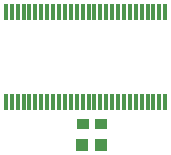
<source format=gbp>
G04*
G04 #@! TF.GenerationSoftware,Altium Limited,Altium Designer,19.1.5 (86)*
G04*
G04 Layer_Color=128*
%FSLAX25Y25*%
%MOIN*%
G70*
G01*
G75*
%ADD20R,0.04134X0.03937*%
%ADD22R,0.03937X0.03740*%
%ADD73R,0.01181X0.05807*%
D20*
X631150Y448000D02*
D03*
X624850D02*
D03*
D22*
X631299Y455000D02*
D03*
X625000D02*
D03*
D73*
X652575Y462587D02*
D03*
X650606D02*
D03*
X648638D02*
D03*
X646669D02*
D03*
X644701D02*
D03*
X642732D02*
D03*
X640764D02*
D03*
X638795D02*
D03*
X636827D02*
D03*
X634858D02*
D03*
X632890D02*
D03*
X630921D02*
D03*
X628953D02*
D03*
X626984D02*
D03*
X625016D02*
D03*
X623047D02*
D03*
X621079D02*
D03*
X619110D02*
D03*
X617142D02*
D03*
X615173D02*
D03*
X613205D02*
D03*
X611236D02*
D03*
X609268D02*
D03*
X607299D02*
D03*
X605331D02*
D03*
X603362D02*
D03*
X601394D02*
D03*
X599425D02*
D03*
Y492413D02*
D03*
X601394D02*
D03*
X603362D02*
D03*
X605331D02*
D03*
X607299D02*
D03*
X609268D02*
D03*
X611236D02*
D03*
X613205D02*
D03*
X615173D02*
D03*
X617142D02*
D03*
X619110D02*
D03*
X621079D02*
D03*
X623047D02*
D03*
X625016D02*
D03*
X626984D02*
D03*
X628953D02*
D03*
X630921D02*
D03*
X632890D02*
D03*
X634858D02*
D03*
X636827D02*
D03*
X638795D02*
D03*
X640764D02*
D03*
X642732D02*
D03*
X644701D02*
D03*
X646669D02*
D03*
X648638D02*
D03*
X650606D02*
D03*
X652575D02*
D03*
M02*

</source>
